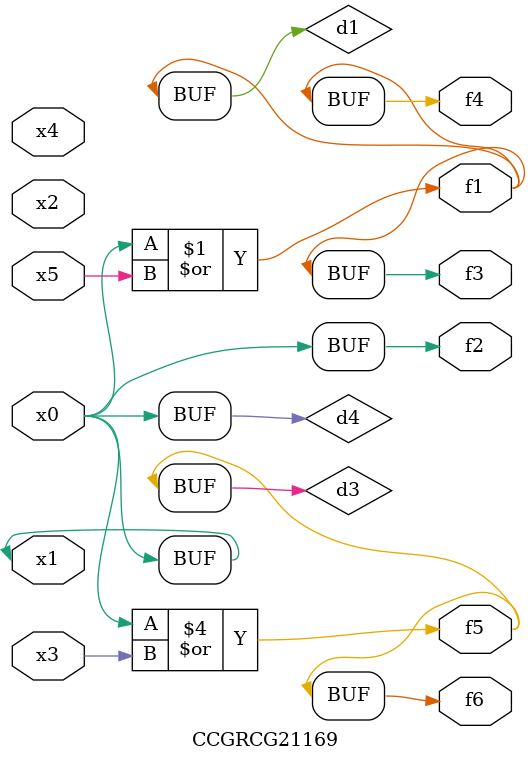
<source format=v>
module CCGRCG21169(
	input x0, x1, x2, x3, x4, x5,
	output f1, f2, f3, f4, f5, f6
);

	wire d1, d2, d3, d4;

	or (d1, x0, x5);
	xnor (d2, x1, x4);
	or (d3, x0, x3);
	buf (d4, x0, x1);
	assign f1 = d1;
	assign f2 = d4;
	assign f3 = d1;
	assign f4 = d1;
	assign f5 = d3;
	assign f6 = d3;
endmodule

</source>
